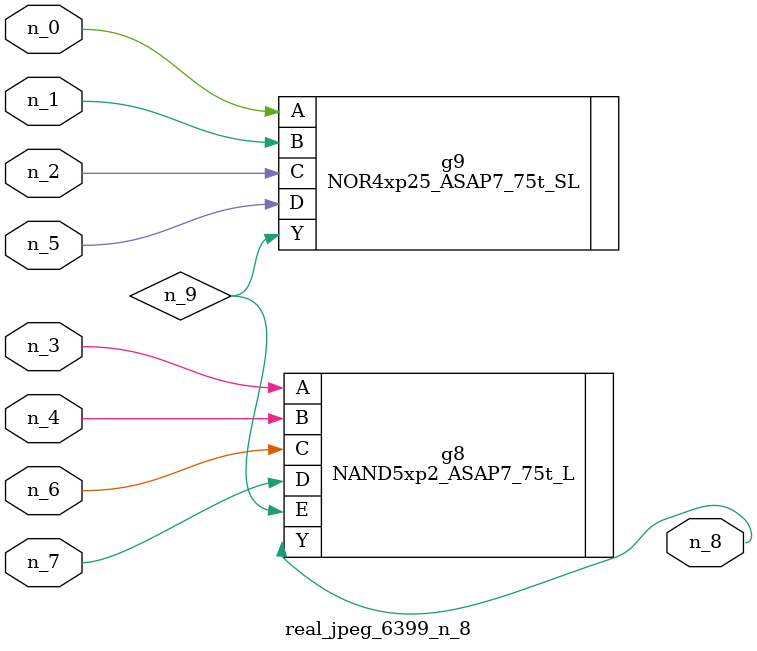
<source format=v>
module real_jpeg_6399_n_8 (n_5, n_4, n_0, n_1, n_2, n_6, n_7, n_3, n_8);

input n_5;
input n_4;
input n_0;
input n_1;
input n_2;
input n_6;
input n_7;
input n_3;

output n_8;

wire n_9;

NOR4xp25_ASAP7_75t_SL g9 ( 
.A(n_0),
.B(n_1),
.C(n_2),
.D(n_5),
.Y(n_9)
);

NAND5xp2_ASAP7_75t_L g8 ( 
.A(n_3),
.B(n_4),
.C(n_6),
.D(n_7),
.E(n_9),
.Y(n_8)
);


endmodule
</source>
